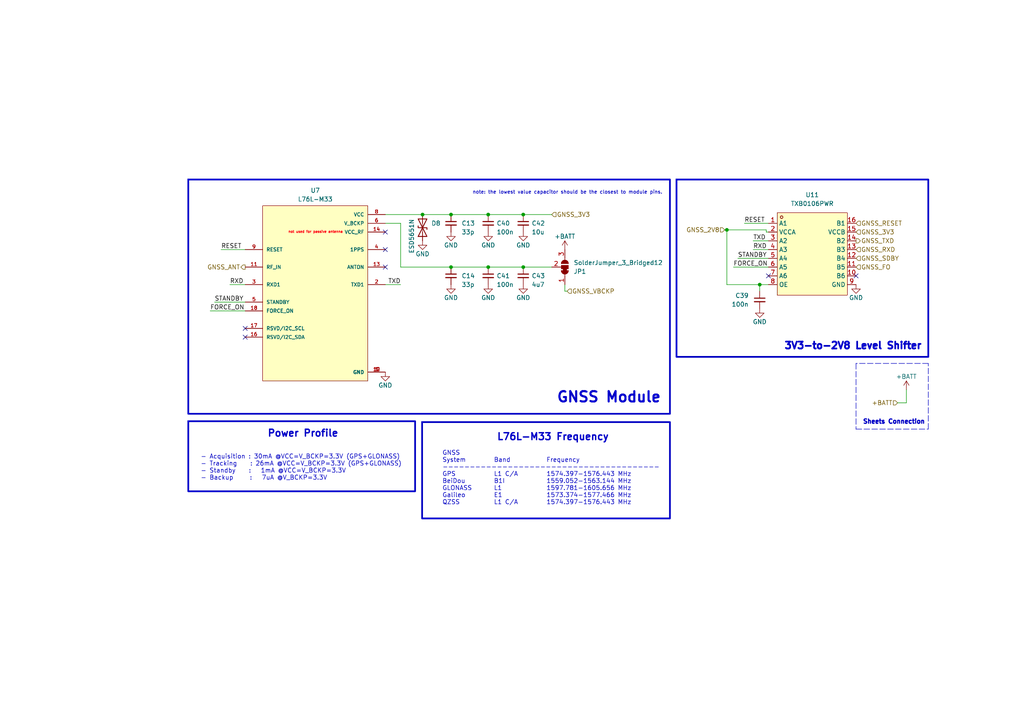
<source format=kicad_sch>
(kicad_sch (version 20231120) (generator "eeschema") (generator_version "8.0")
  (paper "A4")
  (title_block (title "GNSS") (date "2024-05-22") (rev "2") (company "Teapot Laboratories"))
  (lib_symbols
    (symbol "Device:C_Small" (pin_numbers hide) (pin_names (offset 0.254) hide)
      (property "Reference" "C" (at 0.254 1.778 0))
      (property "Value" "C_Small" (at 0.254 -2.032 0))
      (symbol "C_Small_0_1"
        (polyline (pts (xy -1.524 -0.508) (xy 1.524 -0.508)) (stroke (width 0.3302)))
        (polyline (pts (xy -1.524 0.508) (xy 1.524 0.508)) (stroke (width 0.3048)))
      )
      (symbol "C_Small_1_1"
        (pin passive line (at 0 2.54 270) (length 2.032) (name "~") (number "1"))
        (pin passive line (at 0 -2.54 90) (length 2.032) (name "~") (number "2"))
      )
    )
    (symbol "Device:D_TVS" (pin_numbers hide) (pin_names (offset 1.016) hide)
      (property "Reference" "D" (at 0 2.54 0))
      (property "Value" "D_TVS" (at 0 -2.54 0))
      (symbol "D_TVS_0_1"
        (polyline (pts (xy 1.27 0) (xy -1.27 0)))
        (polyline (pts (xy 0.508 1.27) (xy 0 1.27) (xy 0 -1.27) (xy -0.508 -1.27)) (stroke (width 0.254)))
        (polyline (pts (xy -2.54 1.27) (xy -2.54 -1.27) (xy 2.54 1.27) (xy 2.54 -1.27) (xy -2.54 1.27)) (stroke (width 0.254)))
      )
      (symbol "D_TVS_1_1"
        (pin passive line (at -3.81 0 0) (length 2.54) (name "A1") (number "1"))
        (pin passive line (at 3.81 0 180) (length 2.54) (name "A2") (number "2"))
      )
    )
    (symbol "Jumper:SolderJumper_3_Bridged12" (pin_names (offset 0) hide)
      (property "Reference" "JP" (at -2.54 -2.54 0))
      (property "Value" "SolderJumper_3_Bridged12" (at 0 2.794 0))
      (symbol "SolderJumper_3_Bridged12_0_1"
        (rectangle (start -1.016 0.508) (end -0.508 -0.508) (fill (type outline)))
        (arc (start -1.016 1.016) (mid -2.0276 0) (end -1.016 -1.016))
        (arc (start -1.016 1.016) (mid -2.0276 0) (end -1.016 -1.016) (fill (type outline)))
        (rectangle (start -0.508 1.016) (end 0.508 -1.016) (fill (type outline)))
        (polyline (pts (xy -2.54 0) (xy -2.032 0)))
        (polyline (pts (xy -1.016 1.016) (xy -1.016 -1.016)))
        (polyline (pts (xy 0 -1.27) (xy 0 -1.016)))
        (polyline (pts (xy 1.016 1.016) (xy 1.016 -1.016)))
        (polyline (pts (xy 2.54 0) (xy 2.032 0)))
        (arc (start 1.016 -1.016) (mid 2.0276 0) (end 1.016 1.016))
        (arc (start 1.016 -1.016) (mid 2.0276 0) (end 1.016 1.016) (fill (type outline)))
      )
      (symbol "SolderJumper_3_Bridged12_1_1"
        (pin passive line (at -5.08 0 0) (length 2.54) (name "A") (number "1"))
        (pin passive line (at 0 -3.81 90) (length 2.54) (name "C") (number "2"))
        (pin passive line (at 5.08 0 180) (length 2.54) (name "B") (number "3"))
      )
    )
    (symbol "bwlc1a:L76L-M33" (pin_names (offset 1.016))
      (property "Reference" "U" (at -15.24 25.908 0))
      (property "Value" "L76L-M33" (at -15.24 -27.94 0))
      (symbol "L76L-M33_0_0"
        (rectangle (start -15.24 -25.4) (end 15.24 25.4) (stroke (width 0.1524)) (fill (type background)))
        (pin power_in line (at 20.32 -22.86 180) (length 5.08) (name "GND") (number "1"))
        (pin power_in line (at 20.32 -22.86 180) (length 5.08) (name "GND") (number "10"))
        (pin input line (at -20.32 7.62 0) (length 5.08) (name "RF_IN") (number "11"))
        (pin power_in line (at 20.32 -22.86 180) (length 5.08) (name "GND") (number "12"))
        (pin output line (at 20.32 7.62 180) (length 5.08) (name "ANTON") (number "13"))
        (pin power_in line (at 20.32 17.78 180) (length 5.08) (name "VCC_RF") (number "14"))
        (pin bidirectional line (at -20.32 -12.7 0) (length 5.08) (name "RSVD/I2C_SDA") (number "16"))
        (pin bidirectional line (at -20.32 -10.16 0) (length 5.08) (name "RSVD/I2C_SCL") (number "17"))
        (pin input line (at -20.32 -5.08 0) (length 5.08) (name "FORCE_ON") (number "18"))
        (pin output line (at 20.32 2.54 180) (length 5.08) (name "TXD1") (number "2"))
        (pin input line (at -20.32 2.54 0) (length 5.08) (name "RXD1") (number "3"))
        (pin output line (at 20.32 12.7 180) (length 5.08) (name "1PPS") (number "4"))
        (pin input line (at -20.32 -2.54 0) (length 5.08) (name "STANDBY") (number "5"))
        (pin power_in line (at 20.32 20.32 180) (length 5.08) (name "V_BCKP") (number "6"))
        (pin power_in line (at 20.32 22.86 180) (length 5.08) (name "VCC") (number "8"))
        (pin input line (at -20.32 12.7 0) (length 5.08) (name "RESET") (number "9"))
      )
    )
    (symbol "bwlc1a:TXB0106PWR"
      (property "Reference" "U" (at 0 13.97 0))
      (property "Value" "TXB0106PWR" (at 0 -13.97 0))
      (symbol "TXB0106PWR_0_1"
        (rectangle (start -10.16 11.94) (end 10.16 -11.94) (fill (type background)))
        (circle (center -8.89 10.67) (radius 0.38))
        (circle (center -8.89 10.67) (radius 0.38))
        (pin unspecified line (at -12.7 8.89 0) (length 2.54) (name "A1") (number "1"))
        (pin unspecified line (at 12.7 -6.35 180) (length 2.54) (name "B6") (number "10"))
        (pin unspecified line (at 12.7 -3.81 180) (length 2.54) (name "B5") (number "11"))
        (pin unspecified line (at 12.7 -1.27 180) (length 2.54) (name "B4") (number "12"))
        (pin unspecified line (at 12.7 1.27 180) (length 2.54) (name "B3") (number "13"))
        (pin unspecified line (at 12.7 3.81 180) (length 2.54) (name "B2") (number "14"))
        (pin unspecified line (at 12.7 6.35 180) (length 2.54) (name "VCCB") (number "15"))
        (pin unspecified line (at 12.7 8.89 180) (length 2.54) (name "B1") (number "16"))
        (pin unspecified line (at -12.7 6.35 0) (length 2.54) (name "VCCA") (number "2"))
        (pin unspecified line (at -12.7 3.81 0) (length 2.54) (name "A2") (number "3"))
        (pin unspecified line (at -12.7 1.27 0) (length 2.54) (name "A3") (number "4"))
        (pin unspecified line (at -12.7 -1.27 0) (length 2.54) (name "A4") (number "5"))
        (pin unspecified line (at -12.7 -3.81 0) (length 2.54) (name "A5") (number "6"))
        (pin unspecified line (at -12.7 -6.35 0) (length 2.54) (name "A6") (number "7"))
        (pin unspecified line (at -12.7 -8.89 0) (length 2.54) (name "OE") (number "8"))
        (pin unspecified line (at 12.7 -8.89 180) (length 2.54) (name "GND") (number "9"))
      )
    )
    (symbol "power:+BATT" (power) (pin_names (offset 0))
      (property "Value" "+BATT" (at 0 3.556 0))
      (symbol "+BATT_0_1"
        (polyline (pts (xy -0.762 1.27) (xy 0 2.54)))
        (polyline (pts (xy 0 0) (xy 0 2.54)))
        (polyline (pts (xy 0 2.54) (xy 0.762 1.27)))
      )
      (symbol "+BATT_1_1"
        (pin power_in line (at 0 0 90) (length 0) hide (name "+BATT") (number "1"))
      )
    )
    (symbol "power:GND" (power) (pin_names (offset 0))
      (property "Value" "GND" (at 0 -3.81 0))
      (symbol "GND_0_1"
        (polyline (pts (xy 0 0) (xy 0 -1.27) (xy 1.27 -1.27) (xy 0 -2.54) (xy -1.27 -1.27) (xy 0 -1.27)))
      )
      (symbol "GND_1_1"
        (pin power_in line (at 0 0 270) (length 0) hide (name "GND") (number "1"))
      )
    )
  )
  (junction (at 151.765 62.23))
  (junction (at 141.605 77.47))
  (junction (at 130.81 77.47))
  (junction (at 220.345 82.55))
  (junction (at 122.555 62.23))
  (junction (at 130.81 62.23))
  (junction (at 141.605 62.23))
  (junction (at 151.765 77.47))
  (junction (at 210.82 66.675))
  (no_connect (at 111.76 72.39))
  (no_connect (at 71.12 95.25))
  (no_connect (at 248.285 80.01))
  (no_connect (at 111.76 77.47))
  (no_connect (at 222.885 80.01))
  (no_connect (at 71.12 97.79))
  (no_connect (at 111.76 67.31))
  (wire (pts (xy 151.765 62.23) (xy 160.02 62.23)))
  (wire (pts (xy 220.345 82.55) (xy 220.345 84.455)))
  (wire (pts (xy 64.135 72.39) (xy 71.12 72.39)))
  (wire (pts (xy 262.89 113.03) (xy 262.89 116.84)))
  (wire (pts (xy 213.995 74.93) (xy 222.885 74.93)))
  (wire (pts (xy 151.765 77.47) (xy 160.02 77.47)))
  (polyline (pts (xy 248.285 105.41) (xy 248.285 124.46)) (stroke (width 0) (type dash)))
  (wire (pts (xy 220.345 82.55) (xy 222.885 82.55)))
  (wire (pts (xy 141.605 77.47) (xy 151.765 77.47)))
  (wire (pts (xy 218.44 72.39) (xy 222.885 72.39)))
  (wire (pts (xy 111.76 64.77) (xy 116.205 64.77)))
  (wire (pts (xy 210.82 82.55) (xy 210.82 66.675)))
  (wire (pts (xy 66.675 82.55) (xy 71.12 82.55)))
  (wire (pts (xy 111.76 82.55) (xy 116.205 82.55)))
  (wire (pts (xy 62.23 87.63) (xy 71.12 87.63)))
  (polyline (pts (xy 269.24 105.41) (xy 248.285 105.41)) (stroke (width 0) (type dash)))
  (polyline (pts (xy 248.285 124.46) (xy 269.24 124.46)) (stroke (width 0) (type dash)))
  (wire (pts (xy 210.82 66.675) (xy 222.25 66.675)))
  (wire (pts (xy 130.81 77.47) (xy 141.605 77.47)))
  (wire (pts (xy 130.81 62.23) (xy 141.605 62.23)))
  (wire (pts (xy 210.185 66.675) (xy 210.82 66.675)))
  (wire (pts (xy 218.44 69.85) (xy 222.885 69.85)))
  (polyline (pts (xy 269.24 124.46) (xy 269.24 105.41)) (stroke (width 0) (type dash)))
  (wire (pts (xy 215.9 64.77) (xy 222.885 64.77)))
  (wire (pts (xy 222.885 67.31) (xy 222.25 67.31)))
  (wire (pts (xy 116.205 64.77) (xy 116.205 77.47)))
  (wire (pts (xy 210.82 82.55) (xy 220.345 82.55)))
  (wire (pts (xy 116.205 77.47) (xy 130.81 77.47)))
  (wire (pts (xy 262.89 116.84) (xy 260.35 116.84)))
  (wire (pts (xy 111.76 62.23) (xy 122.555 62.23)))
  (wire (pts (xy 212.725 77.47) (xy 222.885 77.47)))
  (wire (pts (xy 141.605 62.23) (xy 151.765 62.23)))
  (wire (pts (xy 122.555 62.23) (xy 130.81 62.23)))
  (wire (pts (xy 163.83 82.55) (xy 163.83 84.455)))
  (wire (pts (xy 163.83 84.455) (xy 164.465 84.455)))
  (wire (pts (xy 222.25 67.31) (xy 222.25 66.675)))
  (wire (pts (xy 60.96 90.17) (xy 71.12 90.17)))
  (rectangle (start 122.428 122.428) (end 194.31 150.368) (stroke (width 0.5)))
  (rectangle (start 196.215 52.07) (end 269.24 103.505) (stroke (width 0.5)))
  (rectangle (start 54.61 52.07) (end 194.31 120.015) (stroke (width 0.5)))
  (rectangle (start 54.61 122.174) (end 120.396 142.494) (stroke (width 0.5)))
  (text "GNSS Module" (at 161.29 117.094 0) (effects (font (size 3 3) (thickness 0.6) (bold yes)) (justify left bottom)))
  (text "- Acquisition : 30mA @VCC=V_BCKP=3.3V (GPS+GLONASS)\n- Tracking    : 26mA @VCC=V_BCKP=3.3V (GPS+GLONASS)\n- Standby    :   1mA @VCC=V_BCKP=3.3V\n- Backup     :   7uA @V_BCKP=3.3V" (at 58.166 139.446 0) (effects (font (size 1.27 1.27)) (justify left bottom)))
  (text "3V3-to-2V8 Level Shifter" (at 227.33 101.6 0) (effects (font (size 2 2) (thickness 0.6) (bold yes)) (justify left bottom)))
  (text "not used for passive antenna" (at 83.566 67.818 0) (effects (font (size 0.7 0.7)) (justify left bottom)))
  (text "Sheets Connection" (at 250.19 123.19 0) (effects (font (size 1.27 1.27) (thickness 0.6) (bold yes)) (justify left bottom)))
  (text "L76L-M33 Frequency" (at 144.018 128.016 0) (effects (font (size 2 2) (thickness 0.4) (bold yes)) (justify left bottom)))
  (text "note: the lowest value capacitor should be the closest to module pins." (at 164.592 55.88 0) (effects (font (size 1 1))))
  (text "GNSS\nSystem		Band 		Frequency\n----------------------------------------\nGPS			L1 C/A		1574.397-1576.443 MHz\nBeiDou		B1I			1559.052-1563.144 MHz\nGLONASS		L1			1597.781-1605.656 MHz\nGalileo		E1			1573.374-1577.466 MHz\nQZSS		L1 C/A		1574.397-1576.443 MHz" (at 128.27 146.558 0) (effects (font (size 1.27 1.27)) (justify left bottom)))
  (text "Power Profile" (at 77.47 127 0) (effects (font (size 2 2) (thickness 0.4) (bold yes)) (justify left bottom)))
  (label "RXD" (at 66.675 82.55 0))
  (label "RXD" (at 218.44 72.39 0))
  (label "STANDBY" (at 62.23 87.63 0))
  (label "FORCE_ON" (at 60.96 90.17 0))
  (label "RESET" (at 64.135 72.39 0))
  (label "TXD" (at 218.44 69.85 0))
  (label "STANDBY" (at 213.995 74.93 0))
  (label "TXD" (at 116.205 82.55 180))
  (label "FORCE_ON" (at 212.725 77.47 0))
  (label "RESET" (at 215.9 64.77 0))
  (hierarchical_label "GNSS_ANT" (shape output) (at 71.12 77.47 180))
  (hierarchical_label "GNSS_VBCKP" (shape input) (at 164.465 84.455 0))
  (hierarchical_label "GNSS_2V8" (shape input) (at 210.185 66.675 180))
  (hierarchical_label "GNSS_RXD" (shape input) (at 248.285 72.39 0))
  (hierarchical_label "+BATT" (shape input) (at 260.35 116.84 180))
  (hierarchical_label "GNSS_TXD" (shape output) (at 248.285 69.85 0))
  (hierarchical_label "GNSS_SDBY" (shape input) (at 248.285 74.93 0))
  (hierarchical_label "GNSS_3V3" (shape input) (at 160.02 62.23 0))
  (hierarchical_label "GNSS_FO" (shape input) (at 248.285 77.47 0))
  (hierarchical_label "GNSS_3V3" (shape input) (at 248.285 67.31 0))
  (hierarchical_label "GNSS_RESET" (shape input) (at 248.285 64.77 0))
  (symbol (lib_id "Device:C_Small") (at 130.81 64.77 0) (unit 1)
    (property "Reference" "C13" (at 133.858 64.77 0) (effects (justify left)))
    (property "Value" "33p" (at 133.858 67.31 0) (effects (justify left)))
    (property "Footprint" "Capacitor_SMD:C_0603_1608Metric" (effects (hide yes)))
    (property "Datasheet" "https://www.lcsc.com/datasheet/lcsc_datasheet_2304140030_YAGEO-CC0603JRNPO9BN330_C107047.pdf" (effects (hide yes)))
    (property "Description" "50V 33pF NP0 ±5% 0603 Multilayer Ceramic Capacitors MLCC - SMD/SMT ROHS" (effects (hide yes)))
    (property "Manufacturer" "YAGEO" (effects (hide yes)))
    (property "Manufacturer Part Number" "CC0603JRNPO9BN330" (effects (hide yes)))
    (property "Distributor" "LCSC" (effects (hide yes)))
    (property "Distributor Part Number" "C107047" (effects (hide yes)))
    (property "Distributor Link" "https://www.lcsc.com/product-detail/Multilayer-Ceramic-Capacitors-MLCC-SMD-SMT_YAGEO-CC0603JRNPO9BN330_C107047.html" (effects (hide yes)))
  )
  (symbol (lib_id "power:GND") (at 220.345 89.535 0) (unit 1)
    (property "Reference" "#PWR049" (effects (hide yes)))
    (property "Value" "GND" (at 220.345 93.345 0))
  )
  (symbol (lib_id "bwlc1a:TXB0106PWR") (at 235.585 73.66 0) (unit 1)
    (property "Reference" "U11" (at 235.585 56.515 0))
    (property "Value" "TXB0106PWR" (at 235.585 59.055 0))
    (property "Footprint" "bwlc1a:TSSOP-16_L5.0-W4.4-P0.65-LS6.4-BL" (effects (hide yes)))
    (property "Datasheet" "https://www.lcsc.com/datasheet/lcsc_datasheet_1811082011_Texas-Instruments-TXB0106PWR_C38253.pdf" (effects (hide yes)))
    (property "Description" "1.65V~5.5V 1 6 1.2V~3.6V 100Mbps TSSOP-16 Translators / Level Shifters ROHS" (effects (hide yes)))
    (property "Manufacturer" "Texas Instruments" (effects (hide yes)))
    (property "Manufacturer Part Number" "TXB0106PWR" (effects (hide yes)))
    (property "Distributor" "LCSC" (effects (hide yes)))
    (property "Distributor Part Number" "C38253" (effects (hide yes)))
    (property "Distributor Link" "https://www.lcsc.com/product-detail/Translators-Level-Shifters_Texas-Instruments-TXB0106PWR_C38253.html" (effects (hide yes)))
  )
  (symbol (lib_id "power:GND") (at 141.605 82.55 0) (unit 1)
    (property "Reference" "#PWR070" (effects (hide yes)))
    (property "Value" "GND" (at 141.605 86.36 0))
  )
  (symbol (lib_id "Device:D_TVS") (at 122.555 66.04 90) (unit 1)
    (property "Reference" "D8" (at 125.095 64.77 90) (effects (justify right)))
    (property "Value" "ESD5651N" (at 119.38 63.5 0) (effects (justify right)))
    (property "Footprint" "Diode_SMD:D_SOD-882" (effects (hide yes)))
    (property "Datasheet" "https://www.lcsc.com/datasheet/lcsc_datasheet_2209151800_Leiditech-ESD5651N_C5173251.pdf" (effects (hide yes)))
    (property "Description" "DFN1006 Electrostatic and Surge Protection (TVS/ESD) ROHS" (effects (hide yes)))
    (property "Manufacturer" "Leiditech" (effects (hide yes)))
    (property "Manufacturer Part Number" "ESD5651N" (effects (hide yes)))
    (property "Distributor" "LCSC" (effects (hide yes)))
    (property "Distributor Part Number" "C5173251" (effects (hide yes)))
    (property "Distributor Link" "https://www.lcsc.com/product-detail/span-style-background-color-ff0-ESD-span-Protection-Devices_Leiditech-ESD5651N_C5173251.html" (effects (hide yes)))
  )
  (symbol (lib_id "power:GND") (at 130.81 82.55 0) (unit 1)
    (property "Reference" "#PWR048" (effects (hide yes)))
    (property "Value" "GND" (at 130.81 86.36 0))
  )
  (symbol (lib_id "power:GND") (at 130.81 67.31 0) (unit 1)
    (property "Reference" "#PWR047" (effects (hide yes)))
    (property "Value" "GND" (at 130.81 71.12 0))
  )
  (symbol (lib_id "Jumper:SolderJumper_3_Bridged12") (at 163.83 77.47 270) (mirror x) (unit 1)
    (property "Reference" "JP1" (at 166.37 78.74 90) (effects (justify left)))
    (property "Value" "SolderJumper_3_Bridged12" (at 166.37 76.2 90) (effects (justify left)))
    (property "Footprint" "Jumper:SolderJumper-3_P1.3mm_Bridged2Bar12_RoundedPad1.0x1.5mm" (effects (hide yes)))
  )
  (symbol (lib_id "Device:C_Small") (at 151.765 80.01 0) (unit 1)
    (property "Reference" "C43" (at 154.178 80.01 0) (effects (justify left)))
    (property "Value" "4u7" (at 154.178 82.55 0) (effects (justify left)))
    (property "Footprint" "Capacitor_SMD:C_0603_1608Metric" (effects (hide yes)))
    (property "Datasheet" "https://www.lcsc.com/datasheet/lcsc_datasheet_2304140030_Samsung-Electro-Mechanics-CL10A475KP8NNNC_C1705.pdf" (effects (hide yes)))
    (property "Description" "10V 4.7uF X5R ±10% 0603 Multilayer Ceramic Capacitors MLCC - SMD/SMT ROHS" (effects (hide yes)))
    (property "Manufacturer" "Samsung Electro-Mechanics" (effects (hide yes)))
    (property "Manufacturer Part Number" "CL10A475KP8NNNC" (effects (hide yes)))
    (property "Distributor" "LCSC" (effects (hide yes)))
    (property "Distributor Part Number" "C1705" (effects (hide yes)))
    (property "Distributor Link" "https://www.lcsc.com/product-detail/Multilayer-Ceramic-Capacitors-MLCC-SMD-SMT_Samsung-Electro-Mechanics-CL10A475KP8NNNC_C1705.html" (effects (hide yes)))
  )
  (symbol (lib_id "power:GND") (at 248.285 82.55 0) (unit 1)
    (property "Reference" "#PWR092" (effects (hide yes)))
    (property "Value" "GND" (at 248.285 86.36 0))
  )
  (symbol (lib_id "power:+BATT") (at 262.89 113.03 0) (unit 1)
    (property "Reference" "#PWR0116" (effects (hide yes)))
    (property "Value" "+BATT" (at 262.89 109.22 0))
    (instances (project "bwlc1a" (path "" (reference "#PWR0116") (unit 1))) (project "plantpal" (path "" (reference "#PWR070") (unit 1)) (path "" (reference "#PWR019") (unit 1)) (path "" (reference "#PWR060") (unit 1))) (project "bwlr1e-prog" (path "" (reference "#PWR018") (unit 1))) (project "feather_rak3172" (path "" (reference "#PWR0131") (unit 1))))
  )
  (symbol (lib_id "power:GND") (at 122.555 69.85 0) (unit 1)
    (property "Reference" "#PWR046" (effects (hide yes)))
    (property "Value" "GND" (at 122.555 73.66 0))
  )
  (symbol (lib_id "Device:C_Small") (at 151.765 64.77 0) (unit 1)
    (property "Reference" "C42" (at 154.178 64.77 0) (effects (justify left)))
    (property "Value" "10u" (at 154.178 67.31 0) (effects (justify left)))
    (property "Footprint" "Capacitor_SMD:C_0603_1608Metric" (effects (hide yes)))
    (property "Datasheet" "https://www.lcsc.com/datasheet/lcsc_datasheet_2304140030_Samsung-Electro-Mechanics-CL10A106KP8NNNC_C19702.pdf" (effects (hide yes)))
    (property "Description" "10V 10uF X5R ±10% 0603 Multilayer Ceramic Capacitors MLCC - SMD/SMT ROHS" (effects (hide yes)))
    (property "Manufacturer" "Samsung Electro-Mechanics" (effects (hide yes)))
    (property "Manufacturer Part Number" "CL10A106KP8NNNC" (effects (hide yes)))
    (property "Distributor" "LCSC" (effects (hide yes)))
    (property "Distributor Part Number" "C19702" (effects (hide yes)))
    (property "Distributor Link" "https://www.lcsc.com/product-detail/Multilayer-Ceramic-Capacitors-MLCC-SMD-SMT_Samsung-Electro-Mechanics-CL10A106KP8NNNC_C19702.html" (effects (hide yes)))
  )
  (symbol (lib_id "Device:C_Small") (at 130.81 80.01 0) (unit 1)
    (property "Reference" "C14" (at 133.858 80.01 0) (effects (justify left)))
    (property "Value" "33p" (at 133.858 82.55 0) (effects (justify left)))
    (property "Footprint" "Capacitor_SMD:C_0603_1608Metric" (effects (hide yes)))
    (property "Datasheet" "https://www.lcsc.com/datasheet/lcsc_datasheet_2304140030_YAGEO-CC0603JRNPO9BN330_C107047.pdf" (effects (hide yes)))
    (property "Description" "50V 33pF NP0 ±5% 0603 Multilayer Ceramic Capacitors MLCC - SMD/SMT ROHS" (effects (hide yes)))
    (property "Manufacturer" "YAGEO" (effects (hide yes)))
    (property "Manufacturer Part Number" "CC0603JRNPO9BN330" (effects (hide yes)))
    (property "Distributor" "LCSC" (effects (hide yes)))
    (property "Distributor Part Number" "C107047" (effects (hide yes)))
    (property "Distributor Link" "https://www.lcsc.com/product-detail/Multilayer-Ceramic-Capacitors-MLCC-SMD-SMT_YAGEO-CC0603JRNPO9BN330_C107047.html" (effects (hide yes)))
  )
  (symbol (lib_id "power:+BATT") (at 163.83 72.39 0) (unit 1)
    (property "Reference" "#PWR0103" (effects (hide yes)))
    (property "Value" "+BATT" (at 163.83 68.58 0))
  )
  (symbol (lib_id "Device:C_Small") (at 141.605 80.01 0) (unit 1)
    (property "Reference" "C41" (at 144.018 80.01 0) (effects (justify left)))
    (property "Value" "100n" (at 144.018 82.55 0) (effects (justify left)))
    (property "Footprint" "Capacitor_SMD:C_0603_1608Metric" (effects (hide yes)))
    (property "Datasheet" "https://www.lcsc.com/datasheet/lcsc_datasheet_1810271710_Samsung-Electro-Mechanics-CL10B104KO8NNNC_C66501.pdf" (effects (hide yes)))
    (property "Description" "16V 100nF X7R ±10% 0603 Multilayer Ceramic Capacitors MLCC - SMD/SMT ROHS" (effects (hide yes)))
    (property "Manufacturer" "Samsung Electro-Mechanics" (effects (hide yes)))
    (property "Manufacturer Part Number" "CL10B104KO8NNNC" (effects (hide yes)))
    (property "Distributor" "LCSC" (effects (hide yes)))
    (property "Distributor Part Number" "C66501" (effects (hide yes)))
    (property "Distributor Link" "https://www.lcsc.com/product-detail/Multilayer-Ceramic-Capacitors-MLCC-SMD-SMT_Samsung-Electro-Mechanics-CL10B104KO8NNNC_C66501.html" (effects (hide yes)))
  )
  (symbol (lib_id "Device:C_Small") (at 220.345 86.995 0) (unit 1)
    (property "Reference" "C39" (at 217.17 85.7313 0) (effects (justify right)))
    (property "Value" "100n" (at 217.17 88.2713 0) (effects (justify right)))
    (property "Footprint" "Capacitor_SMD:C_0603_1608Metric" (effects (hide yes)))
    (property "Datasheet" "https://www.lcsc.com/datasheet/lcsc_datasheet_1810271710_Samsung-Electro-Mechanics-CL10B104KO8NNNC_C66501.pdf" (effects (hide yes)))
    (property "Description" "16V 100nF X7R ±10% 0603 Multilayer Ceramic Capacitors MLCC - SMD/SMT ROHS" (effects (hide yes)))
    (property "Manufacturer" "Samsung Electro-Mechanics" (effects (hide yes)))
    (property "Manufacturer Part Number" "CL10B104KO8NNNC" (effects (hide yes)))
    (property "Distributor" "LCSC" (effects (hide yes)))
    (property "Distributor Part Number" "C66501" (effects (hide yes)))
    (property "Distributor Link" "https://www.lcsc.com/product-detail/Multilayer-Ceramic-Capacitors-MLCC-SMD-SMT_Samsung-Electro-Mechanics-CL10B104KO8NNNC_C66501.html" (effects (hide yes)))
  )
  (symbol (lib_id "power:GND") (at 141.605 67.31 0) (unit 1)
    (property "Reference" "#PWR063" (effects (hide yes)))
    (property "Value" "GND" (at 141.605 71.12 0))
  )
  (symbol (lib_id "power:GND") (at 151.765 67.31 0) (unit 1)
    (property "Reference" "#PWR090" (effects (hide yes)))
    (property "Value" "GND" (at 151.765 71.12 0))
  )
  (symbol (lib_id "bwlc1a:L76L-M33") (at 91.44 85.09 0) (unit 1)
    (property "Reference" "U7" (at 91.44 55.245 0))
    (property "Value" "L76L-M33" (at 91.44 57.785 0))
    (property "Footprint" "bwlc1a:L76L-M33" (effects (hide yes)))
    (property "Datasheet" "https://www.quectel.com/wp-content/uploads/2021/03/Quectel_L76-L_GNSS_Specification_V1.4.pdf" (effects (hide yes)))
    (property "Description" "Navigation BeiDou, Galileo, GLONASS, GPS, GNSS Transceiver Module 1.561GHz, 1.575GHz, 1.602GHz Antenna Not Included Surface Mount" (effects (hide yes)))
    (property "Manufacturer" "Quectel" (effects (hide yes)))
    (property "Manufacturer Part Number" "L76L-M33" (effects (hide yes)))
    (property "Distributor" "DigiKey" (effects (hide yes)))
    (property "Distributor Part Number" "2958-L76L-M33CT-ND" (effects (hide yes)))
    (property "Distributor Link" "https://www.digikey.com/en/products/detail/quectel/L76L-M33/13278335" (effects (hide yes)))
  )
  (symbol (lib_id "power:GND") (at 111.76 107.95 0) (unit 1)
    (property "Reference" "#PWR045" (effects (hide yes)))
    (property "Value" "GND" (at 111.76 111.76 0))
  )
  (symbol (lib_id "power:GND") (at 151.765 82.55 0) (unit 1)
    (property "Reference" "#PWR091" (effects (hide yes)))
    (property "Value" "GND" (at 151.765 86.36 0))
  )
  (symbol (lib_id "Device:C_Small") (at 141.605 64.77 0) (unit 1)
    (property "Reference" "C40" (at 144.018 64.77 0) (effects (justify left)))
    (property "Value" "100n" (at 144.018 67.31 0) (effects (justify left)))
    (property "Footprint" "Capacitor_SMD:C_0603_1608Metric" (effects (hide yes)))
    (property "Datasheet" "https://www.lcsc.com/datasheet/lcsc_datasheet_1810271710_Samsung-Electro-Mechanics-CL10B104KO8NNNC_C66501.pdf" (effects (hide yes)))
    (property "Description" "16V 100nF X7R ±10% 0603 Multilayer Ceramic Capacitors MLCC - SMD/SMT ROHS" (effects (hide yes)))
    (property "Manufacturer" "Samsung Electro-Mechanics" (effects (hide yes)))
    (property "Manufacturer Part Number" "CL10B104KO8NNNC" (effects (hide yes)))
    (property "Distributor" "LCSC" (effects (hide yes)))
    (property "Distributor Part Number" "C66501" (effects (hide yes)))
    (property "Distributor Link" "https://www.lcsc.com/product-detail/Multilayer-Ceramic-Capacitors-MLCC-SMD-SMT_Samsung-Electro-Mechanics-CL10B104KO8NNNC_C66501.html" (effects (hide yes)))
  )
)
</source>
